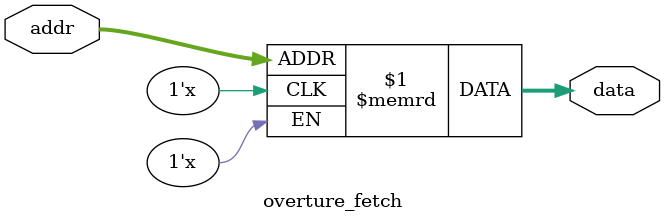
<source format=sv>
module overture_fetch (
    input  [7:0] addr,
    output [7:0] data
);

    reg [7:0] rom [255:0];

    assign data = rom[addr];

endmodule

</source>
